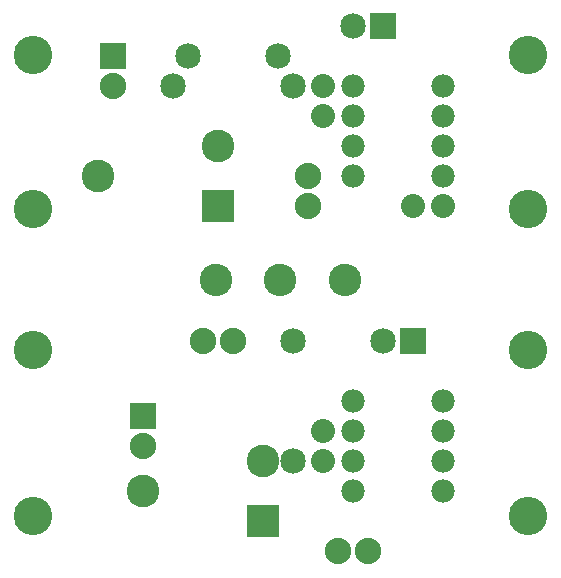
<source format=gts>
G04 MADE WITH FRITZING*
G04 WWW.FRITZING.ORG*
G04 DOUBLE SIDED*
G04 HOLES PLATED*
G04 CONTOUR ON CENTER OF CONTOUR VECTOR*
%ASAXBY*%
%FSLAX23Y23*%
%MOIN*%
%OFA0B0*%
%SFA1.0B1.0*%
%ADD10C,0.128110*%
%ADD11C,0.108425*%
%ADD12C,0.088000*%
%ADD13C,0.078000*%
%ADD14C,0.109000*%
%ADD15C,0.080000*%
%ADD16C,0.085000*%
%ADD17R,0.088000X0.088000*%
%ADD18R,0.109000X0.109000*%
%ADD19R,0.085000X0.085000*%
%LNMASK1*%
G90*
G70*
G54D10*
X159Y1750D03*
X159Y214D03*
X159Y766D03*
X159Y1238D03*
X1812Y1750D03*
X1812Y1238D03*
X1812Y214D03*
X1812Y766D03*
G54D11*
X769Y1002D03*
X985Y1002D03*
X1202Y1002D03*
G54D12*
X827Y797D03*
X727Y797D03*
X1076Y1247D03*
X1076Y1347D03*
G54D13*
X1226Y1647D03*
X1226Y1547D03*
X1226Y1447D03*
X1226Y1347D03*
X1526Y1347D03*
X1526Y1447D03*
X1526Y1547D03*
X1526Y1647D03*
X1226Y1647D03*
X1226Y1547D03*
X1226Y1447D03*
X1226Y1347D03*
X1526Y1347D03*
X1526Y1447D03*
X1526Y1547D03*
X1526Y1647D03*
G54D12*
X1177Y97D03*
X1277Y97D03*
X426Y1747D03*
X426Y1647D03*
G54D14*
X776Y1447D03*
X776Y1247D03*
X376Y1347D03*
G54D15*
X1126Y1546D03*
X1126Y1647D03*
G54D16*
X1026Y1647D03*
X626Y1647D03*
X1326Y1847D03*
X1226Y1847D03*
G54D15*
X1426Y1247D03*
X1526Y1247D03*
G54D16*
X676Y1747D03*
X976Y1747D03*
G54D13*
X1227Y597D03*
X1227Y497D03*
X1227Y397D03*
X1227Y297D03*
X1527Y297D03*
X1527Y397D03*
X1527Y497D03*
X1527Y597D03*
X1227Y597D03*
X1227Y497D03*
X1227Y397D03*
X1227Y297D03*
X1527Y297D03*
X1527Y397D03*
X1527Y497D03*
X1527Y597D03*
G54D16*
X1427Y797D03*
X1327Y797D03*
G54D12*
X527Y547D03*
X527Y447D03*
G54D14*
X927Y397D03*
X927Y197D03*
X527Y297D03*
G54D16*
X1027Y797D03*
X1027Y397D03*
G54D15*
X1127Y397D03*
X1127Y497D03*
G54D17*
X426Y1747D03*
G54D18*
X776Y1247D03*
G54D19*
X1326Y1847D03*
X1427Y797D03*
G54D17*
X527Y547D03*
G54D18*
X927Y197D03*
G04 End of Mask1*
M02*
</source>
